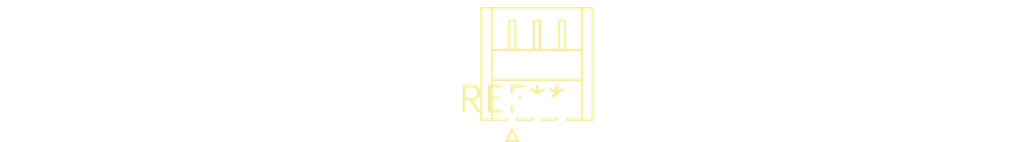
<source format=kicad_pcb>
(kicad_pcb (version 20240108) (generator pcbnew)
  (layers (0 "F.Cu" signal) (31 "B.Cu" signal) (34 "B.Paste" user) (35 "F.Paste" user) (36 "B.SilkS" user "B.Silkscreen") (37 "F.SilkS" user "F.Silkscreen") (38 "B.Mask" user) (39 "F.Mask" user) (44 "Edge.Cuts" user))
  (net 0 "")
  (footprint "Hirose_DF13-03P-1.25DS_1x03_P1.25mm_Horizontal" (layer "F.Cu") (at 0 0)
    (property "Reference" "REF**")
    (property "Value" "Hirose_DF13-03P-1.25DS_1x03_P1.25mm_Horizontal")
    (fp_line (start -1.56 -4.61) (end 4.06 -4.61) (layer "F.SilkS") (stroke (width 0.12)))
    (fp_line (start -1.56 1.01) (end -1.56 -4.61) (layer "F.SilkS") (stroke (width 0.12)))
    (fp_line (start -1.01 -4.61) (end -1.01 1.01) (layer "F.SilkS") (stroke (width 0.12)))
    (fp_line (start -1.01 -2.5) (end 3.51 -2.5) (layer "F.SilkS") (stroke (width 0.12)))
    (fp_line (start -1.01 -1) (end 3.51 -1) (layer "F.SilkS") (stroke (width 0.12)))
    (fp_line (start -0.3 2.1) (end 0.3 2.1) (layer "F.SilkS") (stroke (width 0.12)))
    (fp_line (start -0.25 0.96) (end -0.25 1.01) (layer "F.SilkS") (stroke (width 0.12)))
    (fp_line (start -0.25 1.01) (end -1.56 1.01) (layer "F.SilkS") (stroke (width 0.12)))
    (fp_line (start -0.15 -3.9625) (end 0 -4) (layer "F.SilkS") (stroke (width 0.12)))
    (fp_line (start -0.15 -2.5) (end -0.15 -3.9625) (layer "F.SilkS") (stroke (width 0.12)))
    (fp_line (start 0 -4) (end 0.15 -3.9625) (layer "F.SilkS") (stroke (width 0.12)))
    (fp_line (start 0 1.5) (end -0.3 2.1) (layer "F.SilkS") (stroke (width 0.12)))
    (fp_line (start 0.15 -3.9625) (end 0.15 -2.5) (layer "F.SilkS") (stroke (width 0.12)))
    (fp_line (start 0.25 0.96) (end 0.25 1.01) (layer "F.SilkS") (stroke (width 0.12)))
    (fp_line (start 0.25 1.01) (end 1 1.01) (layer "F.SilkS") (stroke (width 0.12)))
    (fp_line (start 0.3 2.1) (end 0 1.5) (layer "F.SilkS") (stroke (width 0.12)))
    (fp_line (start 1 1.01) (end 1 0.96) (layer "F.SilkS") (stroke (width 0.12)))
    (fp_line (start 1.1 -3.9625) (end 1.25 -4) (layer "F.SilkS") (stroke (width 0.12)))
    (fp_line (start 1.1 -2.5) (end 1.1 -3.9625) (layer "F.SilkS") (stroke (width 0.12)))
    (fp_line (start 1.25 -4) (end 1.4 -3.9625) (layer "F.SilkS") (stroke (width 0.12)))
    (fp_line (start 1.4 -3.9625) (end 1.4 -2.5) (layer "F.SilkS") (stroke (width 0.12)))
    (fp_line (start 1.5 0.96) (end 1.5 1.01) (layer "F.SilkS") (stroke (width 0.12)))
    (fp_line (start 1.5 1.01) (end 2.25 1.01) (layer "F.SilkS") (stroke (width 0.12)))
    (fp_line (start 2.25 1.01) (end 2.25 0.96) (layer "F.SilkS") (stroke (width 0.12)))
    (fp_line (start 2.35 -3.9625) (end 2.5 -4) (layer "F.SilkS") (stroke (width 0.12)))
    (fp_line (start 2.35 -2.5) (end 2.35 -3.9625) (layer "F.SilkS") (stroke (width 0.12)))
    (fp_line (start 2.5 -4) (end 2.65 -3.9625) (layer "F.SilkS") (stroke (width 0.12)))
    (fp_line (start 2.65 -3.9625) (end 2.65 -2.5) (layer "F.SilkS") (stroke (width 0.12)))
    (fp_line (start 2.75 1.01) (end 2.75 0.96) (layer "F.SilkS") (stroke (width 0.12)))
    (fp_line (start 3.51 -4.61) (end 3.51 1.01) (layer "F.SilkS") (stroke (width 0.12)))
    (fp_line (start 4.06 -4.61) (end 4.06 1.01) (layer "F.SilkS") (stroke (width 0.12)))
    (fp_line (start 4.06 1.01) (end 2.75 1.01) (layer "F.SilkS") (stroke (width 0.12)))
    (pad "1" thru_hole roundrect (at 0 0) (size 0.9 1.4) (drill 0.6) (layers *.Cu *.Mask) (remove_unused_layers))
    (pad "2" thru_hole oval (at 1.25 0) (size 0.9 1.4) (drill 0.6) (layers *.Cu *.Mask) (remove_unused_layers))
    (pad "3" thru_hole oval (at 2.5 0) (size 0.9 1.4) (drill 0.6) (layers *.Cu *.Mask) (remove_unused_layers))
  )
)
</source>
